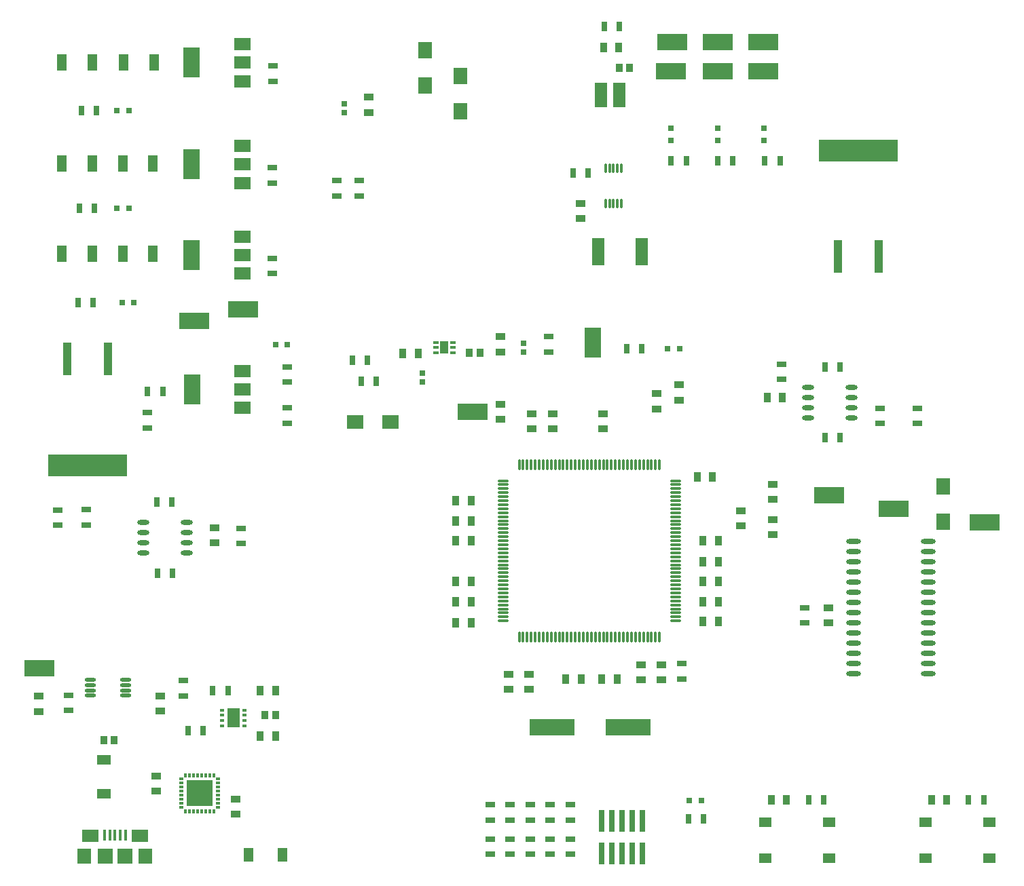
<source format=gtp>
G04 Layer_Color=8421504*
%FSLAX44Y44*%
%MOMM*%
G71*
G01*
G75*
%ADD11R,1.3000X0.9000*%
%ADD12R,0.7000X1.3000*%
%ADD13R,0.9000X1.3000*%
%ADD14R,1.4900X2.4000*%
%ADD15R,0.6000X0.3000*%
%ADD16R,1.3000X0.7000*%
%ADD17R,0.4000X1.3500*%
%ADD18R,2.1000X1.6000*%
%ADD19R,1.8000X1.9000*%
%ADD20R,1.9000X1.9000*%
%ADD21R,1.0000X1.6000*%
%ADD22R,0.7000X0.3000*%
%ADD23R,0.7620X2.7940*%
%ADD24O,0.3000X1.4500*%
%ADD25O,1.4500X0.3000*%
%ADD26R,5.6000X2.1000*%
%ADD27R,1.2700X2.1500*%
%ADD28R,3.7000X2.0000*%
%ADD29R,0.8000X0.8000*%
%ADD30R,1.6000X3.5000*%
%ADD31R,1.0500X4.1500*%
%ADD32R,9.8000X2.7000*%
%ADD33O,1.5000X0.6000*%
%ADD34R,1.5200X3.0500*%
%ADD35O,0.3000X1.3500*%
%ADD36R,0.8000X0.8000*%
%ADD37R,0.8000X0.6500*%
%ADD38R,2.0000X3.7000*%
%ADD39R,2.0000X1.5000*%
%ADD40R,2.0000X3.8000*%
%ADD41R,1.2700X1.8200*%
%ADD42R,0.5000X0.3000*%
%ADD43R,0.3000X0.5000*%
%ADD44R,3.2000X3.2000*%
%ADD45R,0.4000X1.3550*%
%ADD46R,1.5500X1.3000*%
%ADD47R,1.8200X1.2700*%
%ADD48R,0.9000X1.0000*%
%ADD49O,1.8500X0.6000*%
%ADD50O,1.4000X0.5000*%
%ADD51R,1.8000X2.1000*%
%ADD52R,2.1000X1.8000*%
D11*
X664000Y1259500D02*
D03*
Y1240500D02*
D03*
X1403000Y1479500D02*
D03*
Y1498500D02*
D03*
X994000Y1817500D02*
D03*
Y1836500D02*
D03*
X1030000Y1415500D02*
D03*
Y1396500D02*
D03*
X1059000Y1721500D02*
D03*
Y1740500D02*
D03*
X1122000Y1721500D02*
D03*
Y1740500D02*
D03*
X1195000Y1427500D02*
D03*
Y1408500D02*
D03*
X1169000Y1427500D02*
D03*
Y1408500D02*
D03*
X1004000Y1415500D02*
D03*
Y1396500D02*
D03*
X1033000Y1721500D02*
D03*
Y1740500D02*
D03*
X637600Y1579100D02*
D03*
Y1598100D02*
D03*
X1094000Y2003000D02*
D03*
Y1984000D02*
D03*
X418600Y1388100D02*
D03*
Y1369100D02*
D03*
X570000Y1388500D02*
D03*
Y1369500D02*
D03*
X830000Y2116500D02*
D03*
Y2135500D02*
D03*
X1334000Y1608500D02*
D03*
Y1589500D02*
D03*
X1294000Y1619500D02*
D03*
Y1600500D02*
D03*
X1334000Y1633500D02*
D03*
Y1652500D02*
D03*
X565000Y1288500D02*
D03*
Y1269500D02*
D03*
X1189000Y1746500D02*
D03*
Y1765500D02*
D03*
X1217000Y1757500D02*
D03*
Y1776500D02*
D03*
X994000Y1752500D02*
D03*
Y1733500D02*
D03*
D12*
X565600Y1630600D02*
D03*
X584600D02*
D03*
X635500Y1395000D02*
D03*
X654500D02*
D03*
X623500Y1345000D02*
D03*
X604500D02*
D03*
X1417500Y1799000D02*
D03*
X1398500D02*
D03*
X1342500Y2056000D02*
D03*
X1323500D02*
D03*
X1284000Y2056000D02*
D03*
X1265000D02*
D03*
X1226000Y2056000D02*
D03*
X1207000D02*
D03*
X566100Y1541600D02*
D03*
X585100D02*
D03*
X471600Y2118600D02*
D03*
X490600D02*
D03*
X469100Y1996600D02*
D03*
X488100D02*
D03*
X467100Y1879600D02*
D03*
X486100D02*
D03*
X554100Y1768400D02*
D03*
X573100D02*
D03*
X1084500Y2041000D02*
D03*
X1103500D02*
D03*
X1417500Y1711000D02*
D03*
X1398500D02*
D03*
X1142500Y2224000D02*
D03*
X1123500D02*
D03*
X1170500Y1822000D02*
D03*
X1151500D02*
D03*
X820500Y1781000D02*
D03*
X839500D02*
D03*
X809500Y1807000D02*
D03*
X828500D02*
D03*
X1577500Y1259000D02*
D03*
X1596500D02*
D03*
X1228500Y1235000D02*
D03*
X1247500D02*
D03*
X1378500Y1259000D02*
D03*
X1397500D02*
D03*
D13*
X713500Y1395000D02*
D03*
X694500D02*
D03*
X891500Y1816000D02*
D03*
X872500D02*
D03*
X1246500Y1582000D02*
D03*
X1265500D02*
D03*
X1246500Y1531000D02*
D03*
X1265500D02*
D03*
X957500Y1480000D02*
D03*
X938500D02*
D03*
X957500Y1506000D02*
D03*
X938500D02*
D03*
X957500Y1582000D02*
D03*
X938500D02*
D03*
X957500Y1632000D02*
D03*
X938500D02*
D03*
X1246500Y1556000D02*
D03*
X1265500D02*
D03*
X1246500Y1506000D02*
D03*
X1265500D02*
D03*
X957500Y1531000D02*
D03*
X938500D02*
D03*
X957500Y1607000D02*
D03*
X938500D02*
D03*
X1246500Y1481000D02*
D03*
X1265500D02*
D03*
X1239500Y1662000D02*
D03*
X1258500D02*
D03*
X1075500Y1409000D02*
D03*
X1094500D02*
D03*
X1139500Y1409000D02*
D03*
X1120500D02*
D03*
X1141500Y2198000D02*
D03*
X1122500D02*
D03*
X1345500Y1761000D02*
D03*
X1326500D02*
D03*
X1350500Y1259000D02*
D03*
X1331500D02*
D03*
X1550500D02*
D03*
X1531500D02*
D03*
X694500Y1338000D02*
D03*
X713500D02*
D03*
D14*
X661000Y1361000D02*
D03*
D15*
X675000Y1351250D02*
D03*
Y1357750D02*
D03*
Y1364250D02*
D03*
Y1370750D02*
D03*
X647000Y1351250D02*
D03*
Y1357750D02*
D03*
Y1364250D02*
D03*
Y1370750D02*
D03*
D16*
X1373000Y1498500D02*
D03*
Y1479500D02*
D03*
X1054000Y1817500D02*
D03*
Y1836500D02*
D03*
X981000Y1252500D02*
D03*
Y1233500D02*
D03*
X1031000Y1252500D02*
D03*
Y1233500D02*
D03*
X1006000Y1233500D02*
D03*
Y1252500D02*
D03*
X1031000Y1209500D02*
D03*
Y1190500D02*
D03*
X981000Y1209500D02*
D03*
Y1190500D02*
D03*
X1006000Y1209500D02*
D03*
Y1190500D02*
D03*
X1056000Y1252500D02*
D03*
Y1233500D02*
D03*
X1081000Y1252500D02*
D03*
Y1233500D02*
D03*
Y1209500D02*
D03*
Y1190500D02*
D03*
X1056000Y1209500D02*
D03*
Y1190500D02*
D03*
X1220000Y1428500D02*
D03*
Y1409500D02*
D03*
X442000Y1601500D02*
D03*
Y1620500D02*
D03*
X477600Y1601600D02*
D03*
Y1620600D02*
D03*
X670600Y1597600D02*
D03*
Y1578600D02*
D03*
X709600Y1915600D02*
D03*
Y1934600D02*
D03*
Y2028600D02*
D03*
Y2047600D02*
D03*
X710600Y2155600D02*
D03*
Y2174600D02*
D03*
X553600Y1722900D02*
D03*
Y1741900D02*
D03*
X728600Y1747600D02*
D03*
Y1728600D02*
D03*
X728600Y1780100D02*
D03*
Y1799100D02*
D03*
X455600Y1389100D02*
D03*
Y1370100D02*
D03*
X599000Y1407500D02*
D03*
Y1388500D02*
D03*
X818000Y2012500D02*
D03*
Y2031500D02*
D03*
X790000Y2012500D02*
D03*
Y2031500D02*
D03*
X1345000Y1802500D02*
D03*
Y1783500D02*
D03*
X1514000Y1747500D02*
D03*
Y1728500D02*
D03*
X1467000Y1747500D02*
D03*
Y1728500D02*
D03*
D17*
X500500Y1215000D02*
D03*
X526500D02*
D03*
X520000D02*
D03*
X513500D02*
D03*
D18*
X482500Y1213750D02*
D03*
X544500Y1213750D02*
D03*
D19*
X475500Y1188250D02*
D03*
X551500Y1188250D02*
D03*
D20*
X501500Y1188250D02*
D03*
X525500D02*
D03*
D21*
X924000Y1823000D02*
D03*
D22*
X913500Y1816500D02*
D03*
Y1823000D02*
D03*
Y1829500D02*
D03*
X934500D02*
D03*
Y1823000D02*
D03*
Y1816500D02*
D03*
D23*
X1171400Y1232000D02*
D03*
X1158700D02*
D03*
X1146000D02*
D03*
X1133300D02*
D03*
X1120600D02*
D03*
Y1191400D02*
D03*
X1133300D02*
D03*
X1146000D02*
D03*
X1158700D02*
D03*
X1171400D02*
D03*
D24*
X1017400Y1462200D02*
D03*
X1022400D02*
D03*
X1027400D02*
D03*
X1032400D02*
D03*
X1037400D02*
D03*
X1042400D02*
D03*
X1047400D02*
D03*
X1052400D02*
D03*
X1057400D02*
D03*
X1062400D02*
D03*
X1067400D02*
D03*
X1072400D02*
D03*
X1077400D02*
D03*
X1082400D02*
D03*
X1087400D02*
D03*
X1092400D02*
D03*
X1097400D02*
D03*
X1102400D02*
D03*
X1107400D02*
D03*
X1112400D02*
D03*
X1117400D02*
D03*
X1122400D02*
D03*
X1127400D02*
D03*
X1132400D02*
D03*
X1137400D02*
D03*
X1142400D02*
D03*
X1147400D02*
D03*
X1152400D02*
D03*
X1157400D02*
D03*
X1162400D02*
D03*
X1167400D02*
D03*
X1172400D02*
D03*
X1177400D02*
D03*
X1182400D02*
D03*
X1187400D02*
D03*
X1192400D02*
D03*
Y1676700D02*
D03*
X1187400D02*
D03*
X1182400D02*
D03*
X1177400D02*
D03*
X1172400D02*
D03*
X1167400D02*
D03*
X1162400D02*
D03*
X1157400D02*
D03*
X1152400D02*
D03*
X1147400D02*
D03*
X1142400D02*
D03*
X1137400D02*
D03*
X1132400D02*
D03*
X1127400D02*
D03*
X1122400D02*
D03*
X1117400D02*
D03*
X1112400D02*
D03*
X1107400D02*
D03*
X1102400D02*
D03*
X1097400D02*
D03*
X1092400D02*
D03*
X1087400D02*
D03*
X1082400D02*
D03*
X1077400D02*
D03*
X1072400D02*
D03*
X1067400D02*
D03*
X1062400D02*
D03*
X1057400D02*
D03*
X1052400D02*
D03*
X1047400D02*
D03*
X1042400D02*
D03*
X1037400D02*
D03*
X1032400D02*
D03*
X1027400D02*
D03*
X1022400D02*
D03*
X1017400D02*
D03*
D25*
X1212150Y1481950D02*
D03*
Y1486950D02*
D03*
Y1491950D02*
D03*
Y1496950D02*
D03*
Y1501950D02*
D03*
Y1506950D02*
D03*
Y1511950D02*
D03*
Y1516950D02*
D03*
Y1521950D02*
D03*
Y1526950D02*
D03*
Y1531950D02*
D03*
Y1536950D02*
D03*
Y1541950D02*
D03*
Y1546950D02*
D03*
Y1551950D02*
D03*
Y1556950D02*
D03*
Y1561950D02*
D03*
Y1566950D02*
D03*
Y1571950D02*
D03*
Y1576950D02*
D03*
Y1581950D02*
D03*
Y1586950D02*
D03*
Y1591950D02*
D03*
Y1596950D02*
D03*
Y1601950D02*
D03*
Y1606950D02*
D03*
Y1611950D02*
D03*
Y1616950D02*
D03*
Y1621950D02*
D03*
Y1626950D02*
D03*
Y1631950D02*
D03*
Y1636950D02*
D03*
Y1641950D02*
D03*
Y1646950D02*
D03*
Y1651950D02*
D03*
Y1656950D02*
D03*
X997650D02*
D03*
Y1651950D02*
D03*
Y1646950D02*
D03*
Y1641950D02*
D03*
Y1636950D02*
D03*
Y1631950D02*
D03*
Y1626950D02*
D03*
Y1621950D02*
D03*
Y1616950D02*
D03*
Y1611950D02*
D03*
Y1606950D02*
D03*
Y1601950D02*
D03*
Y1596950D02*
D03*
Y1591950D02*
D03*
Y1586950D02*
D03*
Y1581950D02*
D03*
Y1576950D02*
D03*
Y1571950D02*
D03*
Y1566950D02*
D03*
Y1561950D02*
D03*
Y1556950D02*
D03*
Y1551950D02*
D03*
Y1546950D02*
D03*
Y1541950D02*
D03*
Y1536950D02*
D03*
Y1531950D02*
D03*
Y1526950D02*
D03*
Y1521950D02*
D03*
Y1516950D02*
D03*
Y1511950D02*
D03*
Y1506950D02*
D03*
Y1501950D02*
D03*
Y1496950D02*
D03*
Y1491950D02*
D03*
Y1486950D02*
D03*
Y1481950D02*
D03*
D26*
X1153500Y1349000D02*
D03*
X1058500D02*
D03*
D27*
X447000Y1940000D02*
D03*
X485000D02*
D03*
X561000Y1940000D02*
D03*
X523000D02*
D03*
X447000Y2179000D02*
D03*
X485000D02*
D03*
X447000Y2053000D02*
D03*
X485000D02*
D03*
X561000D02*
D03*
X523000D02*
D03*
X562000Y2179000D02*
D03*
X524000D02*
D03*
D28*
X1598000Y1605000D02*
D03*
X1484000Y1622000D02*
D03*
X1207000Y2168000D02*
D03*
X1322000D02*
D03*
X1265000Y2204000D02*
D03*
X419000Y1423000D02*
D03*
X959000Y1743000D02*
D03*
X612000Y1856000D02*
D03*
X673000Y1871000D02*
D03*
X1322000Y2204000D02*
D03*
X1208000D02*
D03*
X1404000Y1639000D02*
D03*
X1265000Y2168000D02*
D03*
D29*
X713500Y1827000D02*
D03*
X728500D02*
D03*
X515600Y2118600D02*
D03*
X530600D02*
D03*
X516100Y1996600D02*
D03*
X531100D02*
D03*
X522100Y1879600D02*
D03*
X537100D02*
D03*
X1202500Y1822000D02*
D03*
X1217500D02*
D03*
X1229500Y1258000D02*
D03*
X1244500D02*
D03*
D30*
X1116000Y1943000D02*
D03*
X1170000D02*
D03*
D31*
X505000Y1808900D02*
D03*
X454200D02*
D03*
X1414600Y1936500D02*
D03*
X1465400D02*
D03*
D32*
X479600Y1676400D02*
D03*
X1440000Y2069000D02*
D03*
D33*
X548600Y1604650D02*
D03*
Y1591950D02*
D03*
Y1579250D02*
D03*
Y1566550D02*
D03*
X602600Y1604650D02*
D03*
Y1591950D02*
D03*
Y1579250D02*
D03*
Y1566550D02*
D03*
X1378000Y1773050D02*
D03*
Y1760350D02*
D03*
Y1747650D02*
D03*
Y1734950D02*
D03*
X1432000Y1773050D02*
D03*
Y1760350D02*
D03*
Y1747650D02*
D03*
Y1734950D02*
D03*
D34*
X1119100Y2138000D02*
D03*
X1142000D02*
D03*
D35*
X1145000Y2047250D02*
D03*
X1140000D02*
D03*
X1135000D02*
D03*
X1130000D02*
D03*
X1125000D02*
D03*
X1145000Y2002750D02*
D03*
X1140000D02*
D03*
X1135000D02*
D03*
X1130000D02*
D03*
X1125000D02*
D03*
D36*
X1207000Y2081500D02*
D03*
Y2096500D02*
D03*
X1265000Y2081500D02*
D03*
Y2096500D02*
D03*
X1323000Y2081500D02*
D03*
Y2096500D02*
D03*
D37*
X799000Y2127500D02*
D03*
Y2116500D02*
D03*
X1023000Y1817500D02*
D03*
Y1828500D02*
D03*
X897000Y1791500D02*
D03*
Y1780500D02*
D03*
D38*
X1109000Y1829000D02*
D03*
D39*
X672100Y2155600D02*
D03*
Y2178600D02*
D03*
Y2201600D02*
D03*
Y2028600D02*
D03*
Y2051600D02*
D03*
Y2074600D02*
D03*
Y1915600D02*
D03*
Y1938600D02*
D03*
Y1961600D02*
D03*
X672500Y1748000D02*
D03*
Y1771000D02*
D03*
Y1794000D02*
D03*
D40*
X609100Y2178600D02*
D03*
Y2051600D02*
D03*
Y1938600D02*
D03*
X609500Y1771000D02*
D03*
D41*
X679800Y1190000D02*
D03*
X722200D02*
D03*
D42*
X596500Y1284500D02*
D03*
Y1279500D02*
D03*
Y1274500D02*
D03*
Y1269500D02*
D03*
Y1264500D02*
D03*
Y1259500D02*
D03*
Y1254500D02*
D03*
Y1249500D02*
D03*
X641500D02*
D03*
Y1254500D02*
D03*
Y1259500D02*
D03*
Y1264500D02*
D03*
Y1269500D02*
D03*
Y1274500D02*
D03*
Y1279500D02*
D03*
Y1284500D02*
D03*
D43*
X601500Y1244500D02*
D03*
X606500D02*
D03*
X611500D02*
D03*
X616500D02*
D03*
X621500D02*
D03*
X626500D02*
D03*
X631500D02*
D03*
X636500D02*
D03*
Y1289500D02*
D03*
X631500D02*
D03*
X626500D02*
D03*
X621500D02*
D03*
X616500D02*
D03*
X611500D02*
D03*
X606500D02*
D03*
X601500D02*
D03*
D44*
X619000Y1267000D02*
D03*
D45*
X507000Y1215000D02*
D03*
D46*
X1324250Y1230500D02*
D03*
X1403750D02*
D03*
X1324250Y1185500D02*
D03*
X1403750D02*
D03*
X1524250Y1230500D02*
D03*
X1603750D02*
D03*
X1524250Y1185500D02*
D03*
X1603750D02*
D03*
D47*
X500000Y1266000D02*
D03*
Y1308400D02*
D03*
D48*
X955500Y1817000D02*
D03*
X968500D02*
D03*
X499500Y1333000D02*
D03*
X512500D02*
D03*
X700500Y1364250D02*
D03*
X713500D02*
D03*
X1142000Y2172000D02*
D03*
X1155000D02*
D03*
D49*
X1527750Y1416450D02*
D03*
Y1429150D02*
D03*
Y1441850D02*
D03*
Y1454550D02*
D03*
Y1467250D02*
D03*
Y1479950D02*
D03*
Y1492650D02*
D03*
Y1505350D02*
D03*
Y1518050D02*
D03*
Y1530750D02*
D03*
Y1543450D02*
D03*
Y1556150D02*
D03*
Y1568850D02*
D03*
Y1581550D02*
D03*
X1434250Y1416450D02*
D03*
Y1429150D02*
D03*
Y1441850D02*
D03*
Y1454550D02*
D03*
Y1467250D02*
D03*
Y1479950D02*
D03*
Y1492650D02*
D03*
Y1505350D02*
D03*
Y1518050D02*
D03*
Y1530750D02*
D03*
Y1543450D02*
D03*
Y1556150D02*
D03*
Y1568850D02*
D03*
Y1581550D02*
D03*
D50*
X526600Y1388850D02*
D03*
Y1395350D02*
D03*
Y1401850D02*
D03*
Y1408350D02*
D03*
X482600Y1388850D02*
D03*
Y1395350D02*
D03*
Y1401850D02*
D03*
Y1408350D02*
D03*
D51*
X1546000Y1650000D02*
D03*
Y1606000D02*
D03*
X944000Y2162000D02*
D03*
Y2118000D02*
D03*
X900000Y2150000D02*
D03*
Y2194000D02*
D03*
D52*
X813000Y1730000D02*
D03*
X857000D02*
D03*
M02*

</source>
